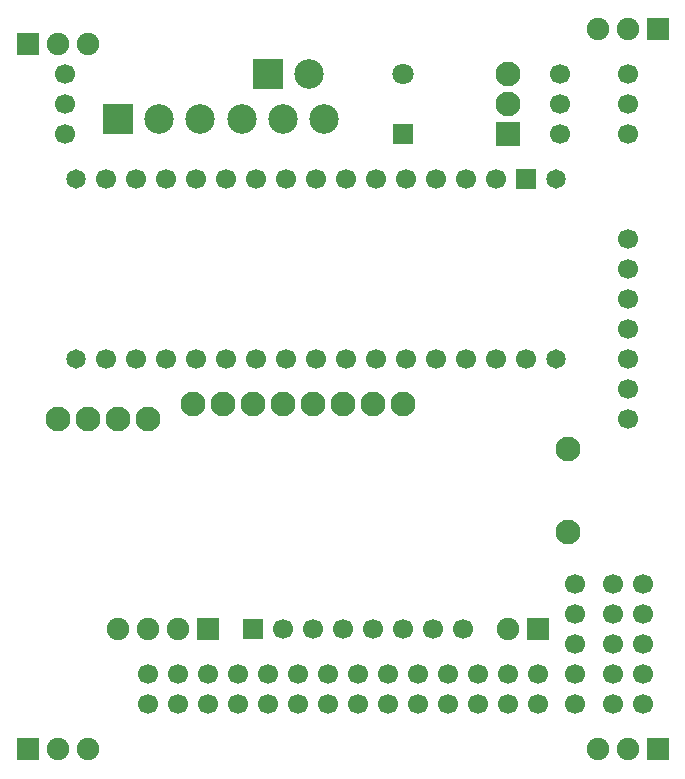
<source format=gbr>
%TF.GenerationSoftware,Novarm,DipTrace,3.3.1.3*%
%TF.CreationDate,2020-02-21T13:35:09+01:00*%
%FSLAX35Y35*%
%MOMM*%
%TF.FileFunction,Soldermask,Top*%
%TF.Part,Single*%
%ADD34C,1.651*%
%ADD42C,2.50015*%
%ADD44R,2.50015X2.50015*%
%ADD48C,1.70015*%
%ADD54R,1.80015X1.80015*%
%ADD56C,1.80015*%
%ADD58C,2.10015*%
%ADD60C,1.70015*%
%ADD62R,1.70015X1.70015*%
%ADD64C,1.90015*%
%ADD66R,1.90015X1.90015*%
%ADD68C,2.10015*%
%ADD70R,2.10015X2.10015*%
G75*
G01*
%LPD*%
D70*
X5302165Y6446665D3*
D68*
Y6700665D3*
Y6954665D3*
D66*
X2762165Y2255665D3*
D64*
X2508165D3*
X2254165D3*
X2000165D3*
D62*
X3143165D3*
D60*
X3397165D3*
X3651165D3*
X3905165D3*
X4159165D3*
X4413165D3*
X4667165D3*
X4921165D3*
D62*
X5460855Y6065665D3*
D60*
X5206855D3*
X4952855D3*
X4698855D3*
X4444855D3*
X4190855D3*
X3936855D3*
X3682855D3*
X3428855D3*
X3174855D3*
X2920855D3*
X2666855D3*
X2412855D3*
X2158855D3*
X1904855D3*
Y4541665D3*
X2158855D3*
X2412855D3*
X2666855D3*
X2920855D3*
X3174855D3*
X3428855D3*
X3682855D3*
X3936855D3*
X4190855D3*
X4444855D3*
X4698855D3*
X4952855D3*
X5206855D3*
X5460855D3*
D34*
X5714855Y6065665D3*
Y4541665D3*
X1650855D3*
Y6065665D3*
D58*
X2254165Y4033665D3*
X2000165Y4033991D3*
X1746165Y4034315D3*
X1492165Y4034641D3*
D56*
X4413165Y6954665D3*
D54*
Y6446665D3*
D66*
X6572165Y7335665D3*
D64*
X6318165D3*
X6064165D3*
D66*
X6572165Y1239665D3*
D64*
X6318165D3*
X6064165D3*
D66*
X1238165D3*
D64*
X1492165D3*
X1746165D3*
D66*
X1238165Y7208665D3*
D64*
X1492165D3*
X1746165D3*
D66*
X5556165Y2255665D3*
D64*
X5302165D3*
D48*
X2762165Y1620665D3*
X3016165D3*
X2762165Y1874665D3*
X3016165D3*
X3270165Y1620665D3*
Y1874665D3*
X3524165Y1620665D3*
Y1874665D3*
X3778165Y1620665D3*
Y1874665D3*
X4032165Y1620665D3*
Y1874665D3*
X4286165Y1620665D3*
Y1874665D3*
X4540165Y1620665D3*
Y1874665D3*
X4794165Y1620665D3*
Y1874665D3*
X5048165Y1620665D3*
Y1874665D3*
X5302165Y1620665D3*
Y1874665D3*
X5556165Y1620665D3*
Y1874665D3*
X2508165Y1620665D3*
Y1874665D3*
X2254165Y1620665D3*
Y1874665D3*
X6445165Y2636665D3*
X6191165D3*
X6445165Y2382665D3*
X6191165D3*
X6445165Y2128665D3*
X6191165D3*
X6445165Y1874665D3*
X6191165D3*
X6445165Y1620665D3*
X6191165D3*
X5873665Y2636665D3*
Y2382665D3*
Y2128665D3*
Y1874665D3*
Y1620665D3*
X6318165Y6954665D3*
Y4541665D3*
Y6700665D3*
Y4287665D3*
X5746665Y6954665D3*
Y6700665D3*
X6318165Y6446665D3*
Y4033665D3*
X5746665Y6446665D3*
X6318165Y5557665D3*
X1555665Y6954665D3*
X6318165Y5303665D3*
X1555665Y6700665D3*
X6318165Y4795665D3*
Y5049665D3*
X1555665Y6446665D3*
D44*
X2000165Y6573665D3*
D42*
X2350165D3*
X2700165D3*
X3050165D3*
X3400165D3*
X3750165D3*
D58*
X4413165Y4160665D3*
X4159165D3*
X3905168D3*
X3651168D3*
X3397168D3*
X3143168D3*
X2889165D3*
X2635165D3*
X5810165Y3779665D3*
Y3081165D3*
D44*
X3270165Y6954665D3*
D42*
X3620165D3*
M02*

</source>
